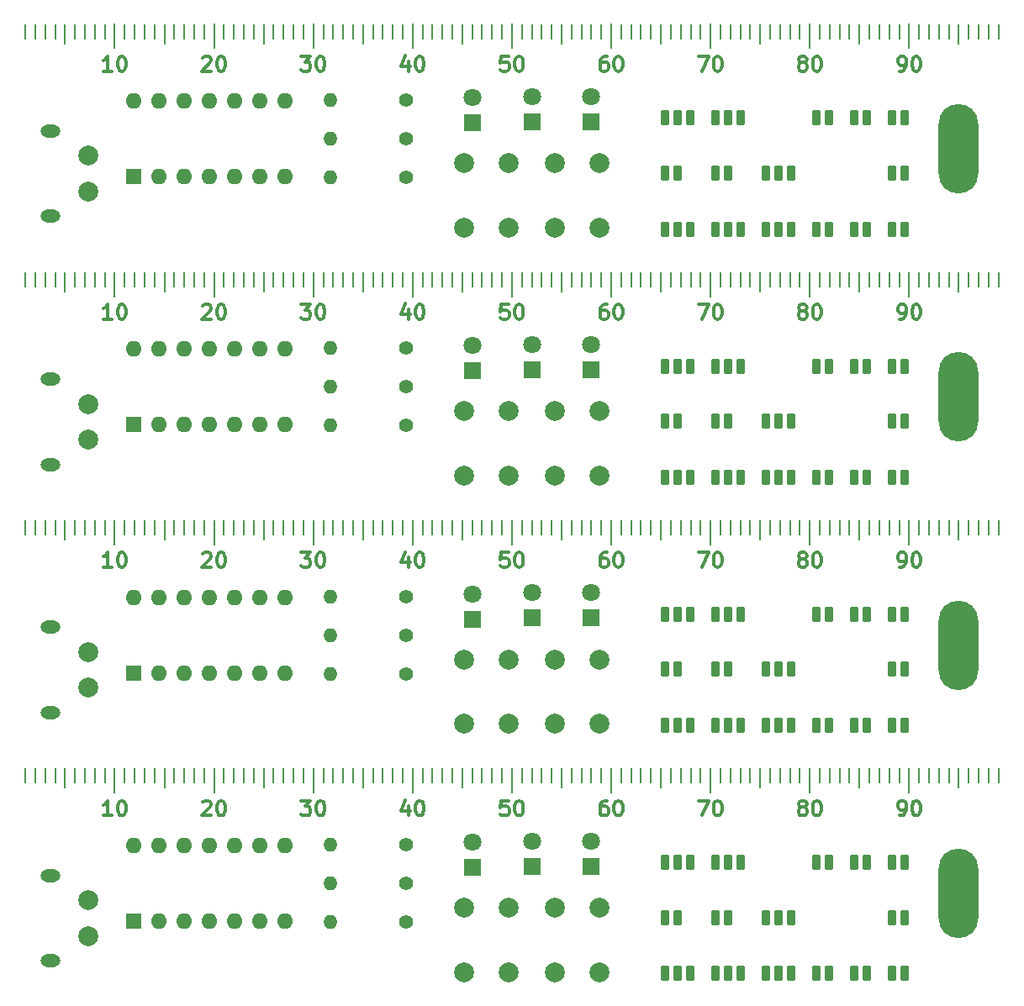
<source format=gts>
%TF.GenerationSoftware,KiCad,Pcbnew,(6.0.10)*%
%TF.CreationDate,2024-05-12T12:16:17+09:00*%
%TF.ProjectId,simpleLogicCircuit_4x1_v1.3,73696d70-6c65-44c6-9f67-696343697263,rev?*%
%TF.SameCoordinates,Original*%
%TF.FileFunction,Soldermask,Top*%
%TF.FilePolarity,Negative*%
%FSLAX46Y46*%
G04 Gerber Fmt 4.6, Leading zero omitted, Abs format (unit mm)*
G04 Created by KiCad (PCBNEW (6.0.10)) date 2024-05-12 12:16:17*
%MOMM*%
%LPD*%
G01*
G04 APERTURE LIST*
G04 Aperture macros list*
%AMRoundRect*
0 Rectangle with rounded corners*
0 $1 Rounding radius*
0 $2 $3 $4 $5 $6 $7 $8 $9 X,Y pos of 4 corners*
0 Add a 4 corners polygon primitive as box body*
4,1,4,$2,$3,$4,$5,$6,$7,$8,$9,$2,$3,0*
0 Add four circle primitives for the rounded corners*
1,1,$1+$1,$2,$3*
1,1,$1+$1,$4,$5*
1,1,$1+$1,$6,$7*
1,1,$1+$1,$8,$9*
0 Add four rect primitives between the rounded corners*
20,1,$1+$1,$2,$3,$4,$5,0*
20,1,$1+$1,$4,$5,$6,$7,0*
20,1,$1+$1,$6,$7,$8,$9,0*
20,1,$1+$1,$8,$9,$2,$3,0*%
G04 Aperture macros list end*
%ADD10C,0.300000*%
%ADD11R,1.800000X1.800000*%
%ADD12C,1.800000*%
%ADD13RoundRect,0.225000X-0.225000X-0.525000X0.225000X-0.525000X0.225000X0.525000X-0.225000X0.525000X0*%
%ADD14R,1.600000X1.600000*%
%ADD15O,1.600000X1.600000*%
%ADD16C,1.400000*%
%ADD17O,1.400000X1.400000*%
%ADD18C,2.000000*%
%ADD19O,4.000000X9.000000*%
%ADD20O,2.000000X1.300000*%
%ADD21RoundRect,0.050000X-0.050000X-1.200000X0.050000X-1.200000X0.050000X1.200000X-0.050000X1.200000X0*%
%ADD22RoundRect,0.050000X-0.050000X-0.950000X0.050000X-0.950000X0.050000X0.950000X-0.050000X0.950000X0*%
%ADD23RoundRect,0.050000X-0.050000X-0.700000X0.050000X-0.700000X0.050000X0.700000X-0.050000X0.700000X0*%
G04 APERTURE END LIST*
D10*
%TO.C,REF\u002A\u002A*%
X132192857Y-106801428D02*
X132050000Y-106730000D01*
X131978571Y-106658571D01*
X131907142Y-106515714D01*
X131907142Y-106444285D01*
X131978571Y-106301428D01*
X132050000Y-106230000D01*
X132192857Y-106158571D01*
X132478571Y-106158571D01*
X132621428Y-106230000D01*
X132692857Y-106301428D01*
X132764285Y-106444285D01*
X132764285Y-106515714D01*
X132692857Y-106658571D01*
X132621428Y-106730000D01*
X132478571Y-106801428D01*
X132192857Y-106801428D01*
X132050000Y-106872857D01*
X131978571Y-106944285D01*
X131907142Y-107087142D01*
X131907142Y-107372857D01*
X131978571Y-107515714D01*
X132050000Y-107587142D01*
X132192857Y-107658571D01*
X132478571Y-107658571D01*
X132621428Y-107587142D01*
X132692857Y-107515714D01*
X132764285Y-107372857D01*
X132764285Y-107087142D01*
X132692857Y-106944285D01*
X132621428Y-106872857D01*
X132478571Y-106801428D01*
X133692857Y-106158571D02*
X133835714Y-106158571D01*
X133978571Y-106230000D01*
X134050000Y-106301428D01*
X134121428Y-106444285D01*
X134192857Y-106730000D01*
X134192857Y-107087142D01*
X134121428Y-107372857D01*
X134050000Y-107515714D01*
X133978571Y-107587142D01*
X133835714Y-107658571D01*
X133692857Y-107658571D01*
X133550000Y-107587142D01*
X133478571Y-107515714D01*
X133407142Y-107372857D01*
X133335714Y-107087142D01*
X133335714Y-106730000D01*
X133407142Y-106444285D01*
X133478571Y-106301428D01*
X133550000Y-106230000D01*
X133692857Y-106158571D01*
X71907142Y-106301428D02*
X71978571Y-106230000D01*
X72121428Y-106158571D01*
X72478571Y-106158571D01*
X72621428Y-106230000D01*
X72692857Y-106301428D01*
X72764285Y-106444285D01*
X72764285Y-106587142D01*
X72692857Y-106801428D01*
X71835714Y-107658571D01*
X72764285Y-107658571D01*
X73692857Y-106158571D02*
X73835714Y-106158571D01*
X73978571Y-106230000D01*
X74050000Y-106301428D01*
X74121428Y-106444285D01*
X74192857Y-106730000D01*
X74192857Y-107087142D01*
X74121428Y-107372857D01*
X74050000Y-107515714D01*
X73978571Y-107587142D01*
X73835714Y-107658571D01*
X73692857Y-107658571D01*
X73550000Y-107587142D01*
X73478571Y-107515714D01*
X73407142Y-107372857D01*
X73335714Y-107087142D01*
X73335714Y-106730000D01*
X73407142Y-106444285D01*
X73478571Y-106301428D01*
X73550000Y-106230000D01*
X73692857Y-106158571D01*
X121835714Y-106158571D02*
X122835714Y-106158571D01*
X122192857Y-107658571D01*
X123692857Y-106158571D02*
X123835714Y-106158571D01*
X123978571Y-106230000D01*
X124050000Y-106301428D01*
X124121428Y-106444285D01*
X124192857Y-106730000D01*
X124192857Y-107087142D01*
X124121428Y-107372857D01*
X124050000Y-107515714D01*
X123978571Y-107587142D01*
X123835714Y-107658571D01*
X123692857Y-107658571D01*
X123550000Y-107587142D01*
X123478571Y-107515714D01*
X123407142Y-107372857D01*
X123335714Y-107087142D01*
X123335714Y-106730000D01*
X123407142Y-106444285D01*
X123478571Y-106301428D01*
X123550000Y-106230000D01*
X123692857Y-106158571D01*
X102692857Y-106158571D02*
X101978571Y-106158571D01*
X101907142Y-106872857D01*
X101978571Y-106801428D01*
X102121428Y-106730000D01*
X102478571Y-106730000D01*
X102621428Y-106801428D01*
X102692857Y-106872857D01*
X102764285Y-107015714D01*
X102764285Y-107372857D01*
X102692857Y-107515714D01*
X102621428Y-107587142D01*
X102478571Y-107658571D01*
X102121428Y-107658571D01*
X101978571Y-107587142D01*
X101907142Y-107515714D01*
X103692857Y-106158571D02*
X103835714Y-106158571D01*
X103978571Y-106230000D01*
X104050000Y-106301428D01*
X104121428Y-106444285D01*
X104192857Y-106730000D01*
X104192857Y-107087142D01*
X104121428Y-107372857D01*
X104050000Y-107515714D01*
X103978571Y-107587142D01*
X103835714Y-107658571D01*
X103692857Y-107658571D01*
X103550000Y-107587142D01*
X103478571Y-107515714D01*
X103407142Y-107372857D01*
X103335714Y-107087142D01*
X103335714Y-106730000D01*
X103407142Y-106444285D01*
X103478571Y-106301428D01*
X103550000Y-106230000D01*
X103692857Y-106158571D01*
X142050000Y-107658571D02*
X142335714Y-107658571D01*
X142478571Y-107587142D01*
X142550000Y-107515714D01*
X142692857Y-107301428D01*
X142764285Y-107015714D01*
X142764285Y-106444285D01*
X142692857Y-106301428D01*
X142621428Y-106230000D01*
X142478571Y-106158571D01*
X142192857Y-106158571D01*
X142050000Y-106230000D01*
X141978571Y-106301428D01*
X141907142Y-106444285D01*
X141907142Y-106801428D01*
X141978571Y-106944285D01*
X142050000Y-107015714D01*
X142192857Y-107087142D01*
X142478571Y-107087142D01*
X142621428Y-107015714D01*
X142692857Y-106944285D01*
X142764285Y-106801428D01*
X143692857Y-106158571D02*
X143835714Y-106158571D01*
X143978571Y-106230000D01*
X144050000Y-106301428D01*
X144121428Y-106444285D01*
X144192857Y-106730000D01*
X144192857Y-107087142D01*
X144121428Y-107372857D01*
X144050000Y-107515714D01*
X143978571Y-107587142D01*
X143835714Y-107658571D01*
X143692857Y-107658571D01*
X143550000Y-107587142D01*
X143478571Y-107515714D01*
X143407142Y-107372857D01*
X143335714Y-107087142D01*
X143335714Y-106730000D01*
X143407142Y-106444285D01*
X143478571Y-106301428D01*
X143550000Y-106230000D01*
X143692857Y-106158571D01*
X62764285Y-107658571D02*
X61907142Y-107658571D01*
X62335714Y-107658571D02*
X62335714Y-106158571D01*
X62192857Y-106372857D01*
X62050000Y-106515714D01*
X61907142Y-106587142D01*
X63692857Y-106158571D02*
X63835714Y-106158571D01*
X63978571Y-106230000D01*
X64050000Y-106301428D01*
X64121428Y-106444285D01*
X64192857Y-106730000D01*
X64192857Y-107087142D01*
X64121428Y-107372857D01*
X64050000Y-107515714D01*
X63978571Y-107587142D01*
X63835714Y-107658571D01*
X63692857Y-107658571D01*
X63550000Y-107587142D01*
X63478571Y-107515714D01*
X63407142Y-107372857D01*
X63335714Y-107087142D01*
X63335714Y-106730000D01*
X63407142Y-106444285D01*
X63478571Y-106301428D01*
X63550000Y-106230000D01*
X63692857Y-106158571D01*
X92621428Y-106658571D02*
X92621428Y-107658571D01*
X92264285Y-106087142D02*
X91907142Y-107158571D01*
X92835714Y-107158571D01*
X93692857Y-106158571D02*
X93835714Y-106158571D01*
X93978571Y-106230000D01*
X94050000Y-106301428D01*
X94121428Y-106444285D01*
X94192857Y-106730000D01*
X94192857Y-107087142D01*
X94121428Y-107372857D01*
X94050000Y-107515714D01*
X93978571Y-107587142D01*
X93835714Y-107658571D01*
X93692857Y-107658571D01*
X93550000Y-107587142D01*
X93478571Y-107515714D01*
X93407142Y-107372857D01*
X93335714Y-107087142D01*
X93335714Y-106730000D01*
X93407142Y-106444285D01*
X93478571Y-106301428D01*
X93550000Y-106230000D01*
X93692857Y-106158571D01*
X81835714Y-106158571D02*
X82764285Y-106158571D01*
X82264285Y-106730000D01*
X82478571Y-106730000D01*
X82621428Y-106801428D01*
X82692857Y-106872857D01*
X82764285Y-107015714D01*
X82764285Y-107372857D01*
X82692857Y-107515714D01*
X82621428Y-107587142D01*
X82478571Y-107658571D01*
X82050000Y-107658571D01*
X81907142Y-107587142D01*
X81835714Y-107515714D01*
X83692857Y-106158571D02*
X83835714Y-106158571D01*
X83978571Y-106230000D01*
X84050000Y-106301428D01*
X84121428Y-106444285D01*
X84192857Y-106730000D01*
X84192857Y-107087142D01*
X84121428Y-107372857D01*
X84050000Y-107515714D01*
X83978571Y-107587142D01*
X83835714Y-107658571D01*
X83692857Y-107658571D01*
X83550000Y-107587142D01*
X83478571Y-107515714D01*
X83407142Y-107372857D01*
X83335714Y-107087142D01*
X83335714Y-106730000D01*
X83407142Y-106444285D01*
X83478571Y-106301428D01*
X83550000Y-106230000D01*
X83692857Y-106158571D01*
X112621428Y-106158571D02*
X112335714Y-106158571D01*
X112192857Y-106230000D01*
X112121428Y-106301428D01*
X111978571Y-106515714D01*
X111907142Y-106801428D01*
X111907142Y-107372857D01*
X111978571Y-107515714D01*
X112050000Y-107587142D01*
X112192857Y-107658571D01*
X112478571Y-107658571D01*
X112621428Y-107587142D01*
X112692857Y-107515714D01*
X112764285Y-107372857D01*
X112764285Y-107015714D01*
X112692857Y-106872857D01*
X112621428Y-106801428D01*
X112478571Y-106730000D01*
X112192857Y-106730000D01*
X112050000Y-106801428D01*
X111978571Y-106872857D01*
X111907142Y-107015714D01*
X113692857Y-106158571D02*
X113835714Y-106158571D01*
X113978571Y-106230000D01*
X114050000Y-106301428D01*
X114121428Y-106444285D01*
X114192857Y-106730000D01*
X114192857Y-107087142D01*
X114121428Y-107372857D01*
X114050000Y-107515714D01*
X113978571Y-107587142D01*
X113835714Y-107658571D01*
X113692857Y-107658571D01*
X113550000Y-107587142D01*
X113478571Y-107515714D01*
X113407142Y-107372857D01*
X113335714Y-107087142D01*
X113335714Y-106730000D01*
X113407142Y-106444285D01*
X113478571Y-106301428D01*
X113550000Y-106230000D01*
X113692857Y-106158571D01*
X132192857Y-81801428D02*
X132050000Y-81730000D01*
X131978571Y-81658571D01*
X131907142Y-81515714D01*
X131907142Y-81444285D01*
X131978571Y-81301428D01*
X132050000Y-81230000D01*
X132192857Y-81158571D01*
X132478571Y-81158571D01*
X132621428Y-81230000D01*
X132692857Y-81301428D01*
X132764285Y-81444285D01*
X132764285Y-81515714D01*
X132692857Y-81658571D01*
X132621428Y-81730000D01*
X132478571Y-81801428D01*
X132192857Y-81801428D01*
X132050000Y-81872857D01*
X131978571Y-81944285D01*
X131907142Y-82087142D01*
X131907142Y-82372857D01*
X131978571Y-82515714D01*
X132050000Y-82587142D01*
X132192857Y-82658571D01*
X132478571Y-82658571D01*
X132621428Y-82587142D01*
X132692857Y-82515714D01*
X132764285Y-82372857D01*
X132764285Y-82087142D01*
X132692857Y-81944285D01*
X132621428Y-81872857D01*
X132478571Y-81801428D01*
X133692857Y-81158571D02*
X133835714Y-81158571D01*
X133978571Y-81230000D01*
X134050000Y-81301428D01*
X134121428Y-81444285D01*
X134192857Y-81730000D01*
X134192857Y-82087142D01*
X134121428Y-82372857D01*
X134050000Y-82515714D01*
X133978571Y-82587142D01*
X133835714Y-82658571D01*
X133692857Y-82658571D01*
X133550000Y-82587142D01*
X133478571Y-82515714D01*
X133407142Y-82372857D01*
X133335714Y-82087142D01*
X133335714Y-81730000D01*
X133407142Y-81444285D01*
X133478571Y-81301428D01*
X133550000Y-81230000D01*
X133692857Y-81158571D01*
X71907142Y-81301428D02*
X71978571Y-81230000D01*
X72121428Y-81158571D01*
X72478571Y-81158571D01*
X72621428Y-81230000D01*
X72692857Y-81301428D01*
X72764285Y-81444285D01*
X72764285Y-81587142D01*
X72692857Y-81801428D01*
X71835714Y-82658571D01*
X72764285Y-82658571D01*
X73692857Y-81158571D02*
X73835714Y-81158571D01*
X73978571Y-81230000D01*
X74050000Y-81301428D01*
X74121428Y-81444285D01*
X74192857Y-81730000D01*
X74192857Y-82087142D01*
X74121428Y-82372857D01*
X74050000Y-82515714D01*
X73978571Y-82587142D01*
X73835714Y-82658571D01*
X73692857Y-82658571D01*
X73550000Y-82587142D01*
X73478571Y-82515714D01*
X73407142Y-82372857D01*
X73335714Y-82087142D01*
X73335714Y-81730000D01*
X73407142Y-81444285D01*
X73478571Y-81301428D01*
X73550000Y-81230000D01*
X73692857Y-81158571D01*
X121835714Y-81158571D02*
X122835714Y-81158571D01*
X122192857Y-82658571D01*
X123692857Y-81158571D02*
X123835714Y-81158571D01*
X123978571Y-81230000D01*
X124050000Y-81301428D01*
X124121428Y-81444285D01*
X124192857Y-81730000D01*
X124192857Y-82087142D01*
X124121428Y-82372857D01*
X124050000Y-82515714D01*
X123978571Y-82587142D01*
X123835714Y-82658571D01*
X123692857Y-82658571D01*
X123550000Y-82587142D01*
X123478571Y-82515714D01*
X123407142Y-82372857D01*
X123335714Y-82087142D01*
X123335714Y-81730000D01*
X123407142Y-81444285D01*
X123478571Y-81301428D01*
X123550000Y-81230000D01*
X123692857Y-81158571D01*
X102692857Y-81158571D02*
X101978571Y-81158571D01*
X101907142Y-81872857D01*
X101978571Y-81801428D01*
X102121428Y-81730000D01*
X102478571Y-81730000D01*
X102621428Y-81801428D01*
X102692857Y-81872857D01*
X102764285Y-82015714D01*
X102764285Y-82372857D01*
X102692857Y-82515714D01*
X102621428Y-82587142D01*
X102478571Y-82658571D01*
X102121428Y-82658571D01*
X101978571Y-82587142D01*
X101907142Y-82515714D01*
X103692857Y-81158571D02*
X103835714Y-81158571D01*
X103978571Y-81230000D01*
X104050000Y-81301428D01*
X104121428Y-81444285D01*
X104192857Y-81730000D01*
X104192857Y-82087142D01*
X104121428Y-82372857D01*
X104050000Y-82515714D01*
X103978571Y-82587142D01*
X103835714Y-82658571D01*
X103692857Y-82658571D01*
X103550000Y-82587142D01*
X103478571Y-82515714D01*
X103407142Y-82372857D01*
X103335714Y-82087142D01*
X103335714Y-81730000D01*
X103407142Y-81444285D01*
X103478571Y-81301428D01*
X103550000Y-81230000D01*
X103692857Y-81158571D01*
X142050000Y-82658571D02*
X142335714Y-82658571D01*
X142478571Y-82587142D01*
X142550000Y-82515714D01*
X142692857Y-82301428D01*
X142764285Y-82015714D01*
X142764285Y-81444285D01*
X142692857Y-81301428D01*
X142621428Y-81230000D01*
X142478571Y-81158571D01*
X142192857Y-81158571D01*
X142050000Y-81230000D01*
X141978571Y-81301428D01*
X141907142Y-81444285D01*
X141907142Y-81801428D01*
X141978571Y-81944285D01*
X142050000Y-82015714D01*
X142192857Y-82087142D01*
X142478571Y-82087142D01*
X142621428Y-82015714D01*
X142692857Y-81944285D01*
X142764285Y-81801428D01*
X143692857Y-81158571D02*
X143835714Y-81158571D01*
X143978571Y-81230000D01*
X144050000Y-81301428D01*
X144121428Y-81444285D01*
X144192857Y-81730000D01*
X144192857Y-82087142D01*
X144121428Y-82372857D01*
X144050000Y-82515714D01*
X143978571Y-82587142D01*
X143835714Y-82658571D01*
X143692857Y-82658571D01*
X143550000Y-82587142D01*
X143478571Y-82515714D01*
X143407142Y-82372857D01*
X143335714Y-82087142D01*
X143335714Y-81730000D01*
X143407142Y-81444285D01*
X143478571Y-81301428D01*
X143550000Y-81230000D01*
X143692857Y-81158571D01*
X62764285Y-82658571D02*
X61907142Y-82658571D01*
X62335714Y-82658571D02*
X62335714Y-81158571D01*
X62192857Y-81372857D01*
X62050000Y-81515714D01*
X61907142Y-81587142D01*
X63692857Y-81158571D02*
X63835714Y-81158571D01*
X63978571Y-81230000D01*
X64050000Y-81301428D01*
X64121428Y-81444285D01*
X64192857Y-81730000D01*
X64192857Y-82087142D01*
X64121428Y-82372857D01*
X64050000Y-82515714D01*
X63978571Y-82587142D01*
X63835714Y-82658571D01*
X63692857Y-82658571D01*
X63550000Y-82587142D01*
X63478571Y-82515714D01*
X63407142Y-82372857D01*
X63335714Y-82087142D01*
X63335714Y-81730000D01*
X63407142Y-81444285D01*
X63478571Y-81301428D01*
X63550000Y-81230000D01*
X63692857Y-81158571D01*
X92621428Y-81658571D02*
X92621428Y-82658571D01*
X92264285Y-81087142D02*
X91907142Y-82158571D01*
X92835714Y-82158571D01*
X93692857Y-81158571D02*
X93835714Y-81158571D01*
X93978571Y-81230000D01*
X94050000Y-81301428D01*
X94121428Y-81444285D01*
X94192857Y-81730000D01*
X94192857Y-82087142D01*
X94121428Y-82372857D01*
X94050000Y-82515714D01*
X93978571Y-82587142D01*
X93835714Y-82658571D01*
X93692857Y-82658571D01*
X93550000Y-82587142D01*
X93478571Y-82515714D01*
X93407142Y-82372857D01*
X93335714Y-82087142D01*
X93335714Y-81730000D01*
X93407142Y-81444285D01*
X93478571Y-81301428D01*
X93550000Y-81230000D01*
X93692857Y-81158571D01*
X81835714Y-81158571D02*
X82764285Y-81158571D01*
X82264285Y-81730000D01*
X82478571Y-81730000D01*
X82621428Y-81801428D01*
X82692857Y-81872857D01*
X82764285Y-82015714D01*
X82764285Y-82372857D01*
X82692857Y-82515714D01*
X82621428Y-82587142D01*
X82478571Y-82658571D01*
X82050000Y-82658571D01*
X81907142Y-82587142D01*
X81835714Y-82515714D01*
X83692857Y-81158571D02*
X83835714Y-81158571D01*
X83978571Y-81230000D01*
X84050000Y-81301428D01*
X84121428Y-81444285D01*
X84192857Y-81730000D01*
X84192857Y-82087142D01*
X84121428Y-82372857D01*
X84050000Y-82515714D01*
X83978571Y-82587142D01*
X83835714Y-82658571D01*
X83692857Y-82658571D01*
X83550000Y-82587142D01*
X83478571Y-82515714D01*
X83407142Y-82372857D01*
X83335714Y-82087142D01*
X83335714Y-81730000D01*
X83407142Y-81444285D01*
X83478571Y-81301428D01*
X83550000Y-81230000D01*
X83692857Y-81158571D01*
X112621428Y-81158571D02*
X112335714Y-81158571D01*
X112192857Y-81230000D01*
X112121428Y-81301428D01*
X111978571Y-81515714D01*
X111907142Y-81801428D01*
X111907142Y-82372857D01*
X111978571Y-82515714D01*
X112050000Y-82587142D01*
X112192857Y-82658571D01*
X112478571Y-82658571D01*
X112621428Y-82587142D01*
X112692857Y-82515714D01*
X112764285Y-82372857D01*
X112764285Y-82015714D01*
X112692857Y-81872857D01*
X112621428Y-81801428D01*
X112478571Y-81730000D01*
X112192857Y-81730000D01*
X112050000Y-81801428D01*
X111978571Y-81872857D01*
X111907142Y-82015714D01*
X113692857Y-81158571D02*
X113835714Y-81158571D01*
X113978571Y-81230000D01*
X114050000Y-81301428D01*
X114121428Y-81444285D01*
X114192857Y-81730000D01*
X114192857Y-82087142D01*
X114121428Y-82372857D01*
X114050000Y-82515714D01*
X113978571Y-82587142D01*
X113835714Y-82658571D01*
X113692857Y-82658571D01*
X113550000Y-82587142D01*
X113478571Y-82515714D01*
X113407142Y-82372857D01*
X113335714Y-82087142D01*
X113335714Y-81730000D01*
X113407142Y-81444285D01*
X113478571Y-81301428D01*
X113550000Y-81230000D01*
X113692857Y-81158571D01*
X132192857Y-56801428D02*
X132050000Y-56730000D01*
X131978571Y-56658571D01*
X131907142Y-56515714D01*
X131907142Y-56444285D01*
X131978571Y-56301428D01*
X132050000Y-56230000D01*
X132192857Y-56158571D01*
X132478571Y-56158571D01*
X132621428Y-56230000D01*
X132692857Y-56301428D01*
X132764285Y-56444285D01*
X132764285Y-56515714D01*
X132692857Y-56658571D01*
X132621428Y-56730000D01*
X132478571Y-56801428D01*
X132192857Y-56801428D01*
X132050000Y-56872857D01*
X131978571Y-56944285D01*
X131907142Y-57087142D01*
X131907142Y-57372857D01*
X131978571Y-57515714D01*
X132050000Y-57587142D01*
X132192857Y-57658571D01*
X132478571Y-57658571D01*
X132621428Y-57587142D01*
X132692857Y-57515714D01*
X132764285Y-57372857D01*
X132764285Y-57087142D01*
X132692857Y-56944285D01*
X132621428Y-56872857D01*
X132478571Y-56801428D01*
X133692857Y-56158571D02*
X133835714Y-56158571D01*
X133978571Y-56230000D01*
X134050000Y-56301428D01*
X134121428Y-56444285D01*
X134192857Y-56730000D01*
X134192857Y-57087142D01*
X134121428Y-57372857D01*
X134050000Y-57515714D01*
X133978571Y-57587142D01*
X133835714Y-57658571D01*
X133692857Y-57658571D01*
X133550000Y-57587142D01*
X133478571Y-57515714D01*
X133407142Y-57372857D01*
X133335714Y-57087142D01*
X133335714Y-56730000D01*
X133407142Y-56444285D01*
X133478571Y-56301428D01*
X133550000Y-56230000D01*
X133692857Y-56158571D01*
X71907142Y-56301428D02*
X71978571Y-56230000D01*
X72121428Y-56158571D01*
X72478571Y-56158571D01*
X72621428Y-56230000D01*
X72692857Y-56301428D01*
X72764285Y-56444285D01*
X72764285Y-56587142D01*
X72692857Y-56801428D01*
X71835714Y-57658571D01*
X72764285Y-57658571D01*
X73692857Y-56158571D02*
X73835714Y-56158571D01*
X73978571Y-56230000D01*
X74050000Y-56301428D01*
X74121428Y-56444285D01*
X74192857Y-56730000D01*
X74192857Y-57087142D01*
X74121428Y-57372857D01*
X74050000Y-57515714D01*
X73978571Y-57587142D01*
X73835714Y-57658571D01*
X73692857Y-57658571D01*
X73550000Y-57587142D01*
X73478571Y-57515714D01*
X73407142Y-57372857D01*
X73335714Y-57087142D01*
X73335714Y-56730000D01*
X73407142Y-56444285D01*
X73478571Y-56301428D01*
X73550000Y-56230000D01*
X73692857Y-56158571D01*
X121835714Y-56158571D02*
X122835714Y-56158571D01*
X122192857Y-57658571D01*
X123692857Y-56158571D02*
X123835714Y-56158571D01*
X123978571Y-56230000D01*
X124050000Y-56301428D01*
X124121428Y-56444285D01*
X124192857Y-56730000D01*
X124192857Y-57087142D01*
X124121428Y-57372857D01*
X124050000Y-57515714D01*
X123978571Y-57587142D01*
X123835714Y-57658571D01*
X123692857Y-57658571D01*
X123550000Y-57587142D01*
X123478571Y-57515714D01*
X123407142Y-57372857D01*
X123335714Y-57087142D01*
X123335714Y-56730000D01*
X123407142Y-56444285D01*
X123478571Y-56301428D01*
X123550000Y-56230000D01*
X123692857Y-56158571D01*
X102692857Y-56158571D02*
X101978571Y-56158571D01*
X101907142Y-56872857D01*
X101978571Y-56801428D01*
X102121428Y-56730000D01*
X102478571Y-56730000D01*
X102621428Y-56801428D01*
X102692857Y-56872857D01*
X102764285Y-57015714D01*
X102764285Y-57372857D01*
X102692857Y-57515714D01*
X102621428Y-57587142D01*
X102478571Y-57658571D01*
X102121428Y-57658571D01*
X101978571Y-57587142D01*
X101907142Y-57515714D01*
X103692857Y-56158571D02*
X103835714Y-56158571D01*
X103978571Y-56230000D01*
X104050000Y-56301428D01*
X104121428Y-56444285D01*
X104192857Y-56730000D01*
X104192857Y-57087142D01*
X104121428Y-57372857D01*
X104050000Y-57515714D01*
X103978571Y-57587142D01*
X103835714Y-57658571D01*
X103692857Y-57658571D01*
X103550000Y-57587142D01*
X103478571Y-57515714D01*
X103407142Y-57372857D01*
X103335714Y-57087142D01*
X103335714Y-56730000D01*
X103407142Y-56444285D01*
X103478571Y-56301428D01*
X103550000Y-56230000D01*
X103692857Y-56158571D01*
X142050000Y-57658571D02*
X142335714Y-57658571D01*
X142478571Y-57587142D01*
X142550000Y-57515714D01*
X142692857Y-57301428D01*
X142764285Y-57015714D01*
X142764285Y-56444285D01*
X142692857Y-56301428D01*
X142621428Y-56230000D01*
X142478571Y-56158571D01*
X142192857Y-56158571D01*
X142050000Y-56230000D01*
X141978571Y-56301428D01*
X141907142Y-56444285D01*
X141907142Y-56801428D01*
X141978571Y-56944285D01*
X142050000Y-57015714D01*
X142192857Y-57087142D01*
X142478571Y-57087142D01*
X142621428Y-57015714D01*
X142692857Y-56944285D01*
X142764285Y-56801428D01*
X143692857Y-56158571D02*
X143835714Y-56158571D01*
X143978571Y-56230000D01*
X144050000Y-56301428D01*
X144121428Y-56444285D01*
X144192857Y-56730000D01*
X144192857Y-57087142D01*
X144121428Y-57372857D01*
X144050000Y-57515714D01*
X143978571Y-57587142D01*
X143835714Y-57658571D01*
X143692857Y-57658571D01*
X143550000Y-57587142D01*
X143478571Y-57515714D01*
X143407142Y-57372857D01*
X143335714Y-57087142D01*
X143335714Y-56730000D01*
X143407142Y-56444285D01*
X143478571Y-56301428D01*
X143550000Y-56230000D01*
X143692857Y-56158571D01*
X62764285Y-57658571D02*
X61907142Y-57658571D01*
X62335714Y-57658571D02*
X62335714Y-56158571D01*
X62192857Y-56372857D01*
X62050000Y-56515714D01*
X61907142Y-56587142D01*
X63692857Y-56158571D02*
X63835714Y-56158571D01*
X63978571Y-56230000D01*
X64050000Y-56301428D01*
X64121428Y-56444285D01*
X64192857Y-56730000D01*
X64192857Y-57087142D01*
X64121428Y-57372857D01*
X64050000Y-57515714D01*
X63978571Y-57587142D01*
X63835714Y-57658571D01*
X63692857Y-57658571D01*
X63550000Y-57587142D01*
X63478571Y-57515714D01*
X63407142Y-57372857D01*
X63335714Y-57087142D01*
X63335714Y-56730000D01*
X63407142Y-56444285D01*
X63478571Y-56301428D01*
X63550000Y-56230000D01*
X63692857Y-56158571D01*
X92621428Y-56658571D02*
X92621428Y-57658571D01*
X92264285Y-56087142D02*
X91907142Y-57158571D01*
X92835714Y-57158571D01*
X93692857Y-56158571D02*
X93835714Y-56158571D01*
X93978571Y-56230000D01*
X94050000Y-56301428D01*
X94121428Y-56444285D01*
X94192857Y-56730000D01*
X94192857Y-57087142D01*
X94121428Y-57372857D01*
X94050000Y-57515714D01*
X93978571Y-57587142D01*
X93835714Y-57658571D01*
X93692857Y-57658571D01*
X93550000Y-57587142D01*
X93478571Y-57515714D01*
X93407142Y-57372857D01*
X93335714Y-57087142D01*
X93335714Y-56730000D01*
X93407142Y-56444285D01*
X93478571Y-56301428D01*
X93550000Y-56230000D01*
X93692857Y-56158571D01*
X81835714Y-56158571D02*
X82764285Y-56158571D01*
X82264285Y-56730000D01*
X82478571Y-56730000D01*
X82621428Y-56801428D01*
X82692857Y-56872857D01*
X82764285Y-57015714D01*
X82764285Y-57372857D01*
X82692857Y-57515714D01*
X82621428Y-57587142D01*
X82478571Y-57658571D01*
X82050000Y-57658571D01*
X81907142Y-57587142D01*
X81835714Y-57515714D01*
X83692857Y-56158571D02*
X83835714Y-56158571D01*
X83978571Y-56230000D01*
X84050000Y-56301428D01*
X84121428Y-56444285D01*
X84192857Y-56730000D01*
X84192857Y-57087142D01*
X84121428Y-57372857D01*
X84050000Y-57515714D01*
X83978571Y-57587142D01*
X83835714Y-57658571D01*
X83692857Y-57658571D01*
X83550000Y-57587142D01*
X83478571Y-57515714D01*
X83407142Y-57372857D01*
X83335714Y-57087142D01*
X83335714Y-56730000D01*
X83407142Y-56444285D01*
X83478571Y-56301428D01*
X83550000Y-56230000D01*
X83692857Y-56158571D01*
X112621428Y-56158571D02*
X112335714Y-56158571D01*
X112192857Y-56230000D01*
X112121428Y-56301428D01*
X111978571Y-56515714D01*
X111907142Y-56801428D01*
X111907142Y-57372857D01*
X111978571Y-57515714D01*
X112050000Y-57587142D01*
X112192857Y-57658571D01*
X112478571Y-57658571D01*
X112621428Y-57587142D01*
X112692857Y-57515714D01*
X112764285Y-57372857D01*
X112764285Y-57015714D01*
X112692857Y-56872857D01*
X112621428Y-56801428D01*
X112478571Y-56730000D01*
X112192857Y-56730000D01*
X112050000Y-56801428D01*
X111978571Y-56872857D01*
X111907142Y-57015714D01*
X113692857Y-56158571D02*
X113835714Y-56158571D01*
X113978571Y-56230000D01*
X114050000Y-56301428D01*
X114121428Y-56444285D01*
X114192857Y-56730000D01*
X114192857Y-57087142D01*
X114121428Y-57372857D01*
X114050000Y-57515714D01*
X113978571Y-57587142D01*
X113835714Y-57658571D01*
X113692857Y-57658571D01*
X113550000Y-57587142D01*
X113478571Y-57515714D01*
X113407142Y-57372857D01*
X113335714Y-57087142D01*
X113335714Y-56730000D01*
X113407142Y-56444285D01*
X113478571Y-56301428D01*
X113550000Y-56230000D01*
X113692857Y-56158571D01*
X132192857Y-31801428D02*
X132050000Y-31730000D01*
X131978571Y-31658571D01*
X131907142Y-31515714D01*
X131907142Y-31444285D01*
X131978571Y-31301428D01*
X132050000Y-31230000D01*
X132192857Y-31158571D01*
X132478571Y-31158571D01*
X132621428Y-31230000D01*
X132692857Y-31301428D01*
X132764285Y-31444285D01*
X132764285Y-31515714D01*
X132692857Y-31658571D01*
X132621428Y-31730000D01*
X132478571Y-31801428D01*
X132192857Y-31801428D01*
X132050000Y-31872857D01*
X131978571Y-31944285D01*
X131907142Y-32087142D01*
X131907142Y-32372857D01*
X131978571Y-32515714D01*
X132050000Y-32587142D01*
X132192857Y-32658571D01*
X132478571Y-32658571D01*
X132621428Y-32587142D01*
X132692857Y-32515714D01*
X132764285Y-32372857D01*
X132764285Y-32087142D01*
X132692857Y-31944285D01*
X132621428Y-31872857D01*
X132478571Y-31801428D01*
X133692857Y-31158571D02*
X133835714Y-31158571D01*
X133978571Y-31230000D01*
X134050000Y-31301428D01*
X134121428Y-31444285D01*
X134192857Y-31730000D01*
X134192857Y-32087142D01*
X134121428Y-32372857D01*
X134050000Y-32515714D01*
X133978571Y-32587142D01*
X133835714Y-32658571D01*
X133692857Y-32658571D01*
X133550000Y-32587142D01*
X133478571Y-32515714D01*
X133407142Y-32372857D01*
X133335714Y-32087142D01*
X133335714Y-31730000D01*
X133407142Y-31444285D01*
X133478571Y-31301428D01*
X133550000Y-31230000D01*
X133692857Y-31158571D01*
X71907142Y-31301428D02*
X71978571Y-31230000D01*
X72121428Y-31158571D01*
X72478571Y-31158571D01*
X72621428Y-31230000D01*
X72692857Y-31301428D01*
X72764285Y-31444285D01*
X72764285Y-31587142D01*
X72692857Y-31801428D01*
X71835714Y-32658571D01*
X72764285Y-32658571D01*
X73692857Y-31158571D02*
X73835714Y-31158571D01*
X73978571Y-31230000D01*
X74050000Y-31301428D01*
X74121428Y-31444285D01*
X74192857Y-31730000D01*
X74192857Y-32087142D01*
X74121428Y-32372857D01*
X74050000Y-32515714D01*
X73978571Y-32587142D01*
X73835714Y-32658571D01*
X73692857Y-32658571D01*
X73550000Y-32587142D01*
X73478571Y-32515714D01*
X73407142Y-32372857D01*
X73335714Y-32087142D01*
X73335714Y-31730000D01*
X73407142Y-31444285D01*
X73478571Y-31301428D01*
X73550000Y-31230000D01*
X73692857Y-31158571D01*
X121835714Y-31158571D02*
X122835714Y-31158571D01*
X122192857Y-32658571D01*
X123692857Y-31158571D02*
X123835714Y-31158571D01*
X123978571Y-31230000D01*
X124050000Y-31301428D01*
X124121428Y-31444285D01*
X124192857Y-31730000D01*
X124192857Y-32087142D01*
X124121428Y-32372857D01*
X124050000Y-32515714D01*
X123978571Y-32587142D01*
X123835714Y-32658571D01*
X123692857Y-32658571D01*
X123550000Y-32587142D01*
X123478571Y-32515714D01*
X123407142Y-32372857D01*
X123335714Y-32087142D01*
X123335714Y-31730000D01*
X123407142Y-31444285D01*
X123478571Y-31301428D01*
X123550000Y-31230000D01*
X123692857Y-31158571D01*
X102692857Y-31158571D02*
X101978571Y-31158571D01*
X101907142Y-31872857D01*
X101978571Y-31801428D01*
X102121428Y-31730000D01*
X102478571Y-31730000D01*
X102621428Y-31801428D01*
X102692857Y-31872857D01*
X102764285Y-32015714D01*
X102764285Y-32372857D01*
X102692857Y-32515714D01*
X102621428Y-32587142D01*
X102478571Y-32658571D01*
X102121428Y-32658571D01*
X101978571Y-32587142D01*
X101907142Y-32515714D01*
X103692857Y-31158571D02*
X103835714Y-31158571D01*
X103978571Y-31230000D01*
X104050000Y-31301428D01*
X104121428Y-31444285D01*
X104192857Y-31730000D01*
X104192857Y-32087142D01*
X104121428Y-32372857D01*
X104050000Y-32515714D01*
X103978571Y-32587142D01*
X103835714Y-32658571D01*
X103692857Y-32658571D01*
X103550000Y-32587142D01*
X103478571Y-32515714D01*
X103407142Y-32372857D01*
X103335714Y-32087142D01*
X103335714Y-31730000D01*
X103407142Y-31444285D01*
X103478571Y-31301428D01*
X103550000Y-31230000D01*
X103692857Y-31158571D01*
X142050000Y-32658571D02*
X142335714Y-32658571D01*
X142478571Y-32587142D01*
X142550000Y-32515714D01*
X142692857Y-32301428D01*
X142764285Y-32015714D01*
X142764285Y-31444285D01*
X142692857Y-31301428D01*
X142621428Y-31230000D01*
X142478571Y-31158571D01*
X142192857Y-31158571D01*
X142050000Y-31230000D01*
X141978571Y-31301428D01*
X141907142Y-31444285D01*
X141907142Y-31801428D01*
X141978571Y-31944285D01*
X142050000Y-32015714D01*
X142192857Y-32087142D01*
X142478571Y-32087142D01*
X142621428Y-32015714D01*
X142692857Y-31944285D01*
X142764285Y-31801428D01*
X143692857Y-31158571D02*
X143835714Y-31158571D01*
X143978571Y-31230000D01*
X144050000Y-31301428D01*
X144121428Y-31444285D01*
X144192857Y-31730000D01*
X144192857Y-32087142D01*
X144121428Y-32372857D01*
X144050000Y-32515714D01*
X143978571Y-32587142D01*
X143835714Y-32658571D01*
X143692857Y-32658571D01*
X143550000Y-32587142D01*
X143478571Y-32515714D01*
X143407142Y-32372857D01*
X143335714Y-32087142D01*
X143335714Y-31730000D01*
X143407142Y-31444285D01*
X143478571Y-31301428D01*
X143550000Y-31230000D01*
X143692857Y-31158571D01*
X62764285Y-32658571D02*
X61907142Y-32658571D01*
X62335714Y-32658571D02*
X62335714Y-31158571D01*
X62192857Y-31372857D01*
X62050000Y-31515714D01*
X61907142Y-31587142D01*
X63692857Y-31158571D02*
X63835714Y-31158571D01*
X63978571Y-31230000D01*
X64050000Y-31301428D01*
X64121428Y-31444285D01*
X64192857Y-31730000D01*
X64192857Y-32087142D01*
X64121428Y-32372857D01*
X64050000Y-32515714D01*
X63978571Y-32587142D01*
X63835714Y-32658571D01*
X63692857Y-32658571D01*
X63550000Y-32587142D01*
X63478571Y-32515714D01*
X63407142Y-32372857D01*
X63335714Y-32087142D01*
X63335714Y-31730000D01*
X63407142Y-31444285D01*
X63478571Y-31301428D01*
X63550000Y-31230000D01*
X63692857Y-31158571D01*
X92621428Y-31658571D02*
X92621428Y-32658571D01*
X92264285Y-31087142D02*
X91907142Y-32158571D01*
X92835714Y-32158571D01*
X93692857Y-31158571D02*
X93835714Y-31158571D01*
X93978571Y-31230000D01*
X94050000Y-31301428D01*
X94121428Y-31444285D01*
X94192857Y-31730000D01*
X94192857Y-32087142D01*
X94121428Y-32372857D01*
X94050000Y-32515714D01*
X93978571Y-32587142D01*
X93835714Y-32658571D01*
X93692857Y-32658571D01*
X93550000Y-32587142D01*
X93478571Y-32515714D01*
X93407142Y-32372857D01*
X93335714Y-32087142D01*
X93335714Y-31730000D01*
X93407142Y-31444285D01*
X93478571Y-31301428D01*
X93550000Y-31230000D01*
X93692857Y-31158571D01*
X81835714Y-31158571D02*
X82764285Y-31158571D01*
X82264285Y-31730000D01*
X82478571Y-31730000D01*
X82621428Y-31801428D01*
X82692857Y-31872857D01*
X82764285Y-32015714D01*
X82764285Y-32372857D01*
X82692857Y-32515714D01*
X82621428Y-32587142D01*
X82478571Y-32658571D01*
X82050000Y-32658571D01*
X81907142Y-32587142D01*
X81835714Y-32515714D01*
X83692857Y-31158571D02*
X83835714Y-31158571D01*
X83978571Y-31230000D01*
X84050000Y-31301428D01*
X84121428Y-31444285D01*
X84192857Y-31730000D01*
X84192857Y-32087142D01*
X84121428Y-32372857D01*
X84050000Y-32515714D01*
X83978571Y-32587142D01*
X83835714Y-32658571D01*
X83692857Y-32658571D01*
X83550000Y-32587142D01*
X83478571Y-32515714D01*
X83407142Y-32372857D01*
X83335714Y-32087142D01*
X83335714Y-31730000D01*
X83407142Y-31444285D01*
X83478571Y-31301428D01*
X83550000Y-31230000D01*
X83692857Y-31158571D01*
X112621428Y-31158571D02*
X112335714Y-31158571D01*
X112192857Y-31230000D01*
X112121428Y-31301428D01*
X111978571Y-31515714D01*
X111907142Y-31801428D01*
X111907142Y-32372857D01*
X111978571Y-32515714D01*
X112050000Y-32587142D01*
X112192857Y-32658571D01*
X112478571Y-32658571D01*
X112621428Y-32587142D01*
X112692857Y-32515714D01*
X112764285Y-32372857D01*
X112764285Y-32015714D01*
X112692857Y-31872857D01*
X112621428Y-31801428D01*
X112478571Y-31730000D01*
X112192857Y-31730000D01*
X112050000Y-31801428D01*
X111978571Y-31872857D01*
X111907142Y-32015714D01*
X113692857Y-31158571D02*
X113835714Y-31158571D01*
X113978571Y-31230000D01*
X114050000Y-31301428D01*
X114121428Y-31444285D01*
X114192857Y-31730000D01*
X114192857Y-32087142D01*
X114121428Y-32372857D01*
X114050000Y-32515714D01*
X113978571Y-32587142D01*
X113835714Y-32658571D01*
X113692857Y-32658571D01*
X113550000Y-32587142D01*
X113478571Y-32515714D01*
X113407142Y-32372857D01*
X113335714Y-32087142D01*
X113335714Y-31730000D01*
X113407142Y-31444285D01*
X113478571Y-31301428D01*
X113550000Y-31230000D01*
X113692857Y-31158571D01*
%TD*%
D11*
%TO.C,X1*%
X99050000Y-112860000D03*
D12*
X99050000Y-110320000D03*
%TD*%
D13*
%TO.C,XOR*%
X118485000Y-123580000D03*
X119755000Y-123580000D03*
X121025000Y-123580000D03*
X123565000Y-123580000D03*
X124835000Y-123580000D03*
X126105000Y-123580000D03*
X128645000Y-123580000D03*
X129915000Y-123580000D03*
X131185000Y-123580000D03*
X133725000Y-123580000D03*
X134995000Y-123580000D03*
X137535000Y-123580000D03*
X138805000Y-123580000D03*
X141345000Y-123580000D03*
X142615000Y-123580000D03*
%TD*%
D14*
%TO.C,74HC00*%
X64925000Y-118280000D03*
D15*
X67465000Y-118280000D03*
X70005000Y-118280000D03*
X72545000Y-118280000D03*
X75085000Y-118280000D03*
X77625000Y-118280000D03*
X80165000Y-118280000D03*
X80165000Y-110660000D03*
X77625000Y-110660000D03*
X75085000Y-110660000D03*
X72545000Y-110660000D03*
X70005000Y-110660000D03*
X67465000Y-110660000D03*
X64925000Y-110660000D03*
%TD*%
D16*
%TO.C,R3*%
X92360000Y-118380000D03*
D17*
X84740000Y-118380000D03*
%TD*%
D18*
%TO.C,SW2*%
X107400000Y-123430000D03*
X107400000Y-116930000D03*
X111900000Y-116930000D03*
X111900000Y-123430000D03*
%TD*%
D11*
%TO.C,X2*%
X105050000Y-112755000D03*
D12*
X105050000Y-110215000D03*
%TD*%
D19*
%TO.C,REF\u002A\u002A*%
X148050000Y-115480000D03*
%TD*%
D18*
%TO.C,USB-CPWR*%
X60375000Y-116180000D03*
X60375000Y-119780000D03*
D20*
X56575000Y-122280000D03*
X56575000Y-113680000D03*
%TD*%
D16*
%TO.C,R2*%
X92360000Y-114480000D03*
D17*
X84740000Y-114480000D03*
%TD*%
D21*
%TO.C,REF\u002A\u002A*%
X73050000Y-104180000D03*
X83050000Y-104180000D03*
X143050000Y-104180000D03*
X103050000Y-104180000D03*
X133050000Y-104180000D03*
X123050000Y-104180000D03*
X93050000Y-104180000D03*
X113050000Y-104180000D03*
X63050000Y-104180000D03*
D22*
X148050000Y-103930000D03*
X88050000Y-103930000D03*
X128050000Y-103930000D03*
X108050000Y-103930000D03*
X68050000Y-103930000D03*
X138050000Y-103930000D03*
X118050000Y-103930000D03*
X98050000Y-103930000D03*
X58050000Y-103930000D03*
X78050000Y-103930000D03*
D23*
X87050000Y-103680000D03*
X77050000Y-103680000D03*
X57050000Y-103680000D03*
X107050000Y-103680000D03*
X97050000Y-103680000D03*
X127050000Y-103680000D03*
X147050000Y-103680000D03*
X137050000Y-103680000D03*
X117050000Y-103680000D03*
X67050000Y-103680000D03*
X116050000Y-103680000D03*
X96050000Y-103680000D03*
X66050000Y-103680000D03*
X106050000Y-103680000D03*
X126050000Y-103680000D03*
X86050000Y-103680000D03*
X76050000Y-103680000D03*
X136050000Y-103680000D03*
X146050000Y-103680000D03*
X56050000Y-103680000D03*
X75050000Y-103680000D03*
X95050000Y-103680000D03*
X115050000Y-103680000D03*
X135050000Y-103680000D03*
X105050000Y-103680000D03*
X145050000Y-103680000D03*
X55050000Y-103680000D03*
X65050000Y-103680000D03*
X85050000Y-103680000D03*
X125050000Y-103680000D03*
X134050000Y-103680000D03*
X94050000Y-103680000D03*
X84050000Y-103680000D03*
X54050000Y-103680000D03*
X124050000Y-103680000D03*
X144050000Y-103680000D03*
X114050000Y-103680000D03*
X104050000Y-103680000D03*
X64050000Y-103680000D03*
X74050000Y-103680000D03*
X89050000Y-103680000D03*
X119050000Y-103680000D03*
X59050000Y-103680000D03*
X109050000Y-103680000D03*
X139050000Y-103680000D03*
X69050000Y-103680000D03*
X79050000Y-103680000D03*
X149050000Y-103680000D03*
X129050000Y-103680000D03*
X99050000Y-103680000D03*
X90050000Y-103680000D03*
X60050000Y-103680000D03*
X100050000Y-103680000D03*
X130050000Y-103680000D03*
X150050000Y-103680000D03*
X80050000Y-103680000D03*
X70050000Y-103680000D03*
X140050000Y-103680000D03*
X110050000Y-103680000D03*
X120050000Y-103680000D03*
X121050000Y-103680000D03*
X81050000Y-103680000D03*
X61050000Y-103680000D03*
X151050000Y-103680000D03*
X141050000Y-103680000D03*
X91050000Y-103680000D03*
X101050000Y-103680000D03*
X131050000Y-103680000D03*
X71050000Y-103680000D03*
X111050000Y-103680000D03*
X92050000Y-103680000D03*
X112050000Y-103680000D03*
X132050000Y-103680000D03*
X62050000Y-103680000D03*
X142050000Y-103680000D03*
X102050000Y-103680000D03*
X82050000Y-103680000D03*
X72050000Y-103680000D03*
X122050000Y-103680000D03*
X152050000Y-103680000D03*
%TD*%
D18*
%TO.C,SW1*%
X98200000Y-123430000D03*
X98200000Y-116930000D03*
X102700000Y-123430000D03*
X102700000Y-116930000D03*
%TD*%
D13*
%TO.C,OR*%
X118485000Y-112380000D03*
X119755000Y-112380000D03*
X121025000Y-112380000D03*
X123565000Y-112380000D03*
X124835000Y-112380000D03*
X126105000Y-112380000D03*
X133725000Y-112380000D03*
X134995000Y-112380000D03*
X137535000Y-112380000D03*
X138805000Y-112380000D03*
X141345000Y-112380000D03*
X142615000Y-112380000D03*
%TD*%
%TO.C,AND*%
X118485000Y-117932500D03*
X119755000Y-117932500D03*
X123565000Y-117932500D03*
X124835000Y-117932500D03*
X128645000Y-117932500D03*
X129915000Y-117932500D03*
X131185000Y-117932500D03*
X141345000Y-117932500D03*
X142615000Y-117932500D03*
%TD*%
D11*
%TO.C,Y*%
X111050000Y-112755000D03*
D12*
X111050000Y-110215000D03*
%TD*%
D16*
%TO.C,R1*%
X92360000Y-110580000D03*
D17*
X84740000Y-110580000D03*
%TD*%
D11*
%TO.C,X1*%
X99050000Y-87860000D03*
D12*
X99050000Y-85320000D03*
%TD*%
D13*
%TO.C,XOR*%
X118485000Y-98580000D03*
X119755000Y-98580000D03*
X121025000Y-98580000D03*
X123565000Y-98580000D03*
X124835000Y-98580000D03*
X126105000Y-98580000D03*
X128645000Y-98580000D03*
X129915000Y-98580000D03*
X131185000Y-98580000D03*
X133725000Y-98580000D03*
X134995000Y-98580000D03*
X137535000Y-98580000D03*
X138805000Y-98580000D03*
X141345000Y-98580000D03*
X142615000Y-98580000D03*
%TD*%
D14*
%TO.C,74HC00*%
X64925000Y-93280000D03*
D15*
X67465000Y-93280000D03*
X70005000Y-93280000D03*
X72545000Y-93280000D03*
X75085000Y-93280000D03*
X77625000Y-93280000D03*
X80165000Y-93280000D03*
X80165000Y-85660000D03*
X77625000Y-85660000D03*
X75085000Y-85660000D03*
X72545000Y-85660000D03*
X70005000Y-85660000D03*
X67465000Y-85660000D03*
X64925000Y-85660000D03*
%TD*%
D16*
%TO.C,R3*%
X92360000Y-93380000D03*
D17*
X84740000Y-93380000D03*
%TD*%
D18*
%TO.C,SW2*%
X107400000Y-98430000D03*
X107400000Y-91930000D03*
X111900000Y-91930000D03*
X111900000Y-98430000D03*
%TD*%
D11*
%TO.C,X2*%
X105050000Y-87755000D03*
D12*
X105050000Y-85215000D03*
%TD*%
D19*
%TO.C,REF\u002A\u002A*%
X148050000Y-90480000D03*
%TD*%
D18*
%TO.C,USB-CPWR*%
X60375000Y-91180000D03*
X60375000Y-94780000D03*
D20*
X56575000Y-97280000D03*
X56575000Y-88680000D03*
%TD*%
D16*
%TO.C,R2*%
X92360000Y-89480000D03*
D17*
X84740000Y-89480000D03*
%TD*%
D21*
%TO.C,REF\u002A\u002A*%
X73050000Y-79180000D03*
X83050000Y-79180000D03*
X143050000Y-79180000D03*
X103050000Y-79180000D03*
X133050000Y-79180000D03*
X123050000Y-79180000D03*
X93050000Y-79180000D03*
X113050000Y-79180000D03*
X63050000Y-79180000D03*
D22*
X148050000Y-78930000D03*
X88050000Y-78930000D03*
X128050000Y-78930000D03*
X108050000Y-78930000D03*
X68050000Y-78930000D03*
X138050000Y-78930000D03*
X118050000Y-78930000D03*
X98050000Y-78930000D03*
X58050000Y-78930000D03*
X78050000Y-78930000D03*
D23*
X87050000Y-78680000D03*
X77050000Y-78680000D03*
X57050000Y-78680000D03*
X107050000Y-78680000D03*
X97050000Y-78680000D03*
X127050000Y-78680000D03*
X147050000Y-78680000D03*
X137050000Y-78680000D03*
X117050000Y-78680000D03*
X67050000Y-78680000D03*
X116050000Y-78680000D03*
X96050000Y-78680000D03*
X66050000Y-78680000D03*
X106050000Y-78680000D03*
X126050000Y-78680000D03*
X86050000Y-78680000D03*
X76050000Y-78680000D03*
X136050000Y-78680000D03*
X146050000Y-78680000D03*
X56050000Y-78680000D03*
X75050000Y-78680000D03*
X95050000Y-78680000D03*
X115050000Y-78680000D03*
X135050000Y-78680000D03*
X105050000Y-78680000D03*
X145050000Y-78680000D03*
X55050000Y-78680000D03*
X65050000Y-78680000D03*
X85050000Y-78680000D03*
X125050000Y-78680000D03*
X134050000Y-78680000D03*
X94050000Y-78680000D03*
X84050000Y-78680000D03*
X54050000Y-78680000D03*
X124050000Y-78680000D03*
X144050000Y-78680000D03*
X114050000Y-78680000D03*
X104050000Y-78680000D03*
X64050000Y-78680000D03*
X74050000Y-78680000D03*
X89050000Y-78680000D03*
X119050000Y-78680000D03*
X59050000Y-78680000D03*
X109050000Y-78680000D03*
X139050000Y-78680000D03*
X69050000Y-78680000D03*
X79050000Y-78680000D03*
X149050000Y-78680000D03*
X129050000Y-78680000D03*
X99050000Y-78680000D03*
X90050000Y-78680000D03*
X60050000Y-78680000D03*
X100050000Y-78680000D03*
X130050000Y-78680000D03*
X150050000Y-78680000D03*
X80050000Y-78680000D03*
X70050000Y-78680000D03*
X140050000Y-78680000D03*
X110050000Y-78680000D03*
X120050000Y-78680000D03*
X121050000Y-78680000D03*
X81050000Y-78680000D03*
X61050000Y-78680000D03*
X151050000Y-78680000D03*
X141050000Y-78680000D03*
X91050000Y-78680000D03*
X101050000Y-78680000D03*
X131050000Y-78680000D03*
X71050000Y-78680000D03*
X111050000Y-78680000D03*
X92050000Y-78680000D03*
X112050000Y-78680000D03*
X132050000Y-78680000D03*
X62050000Y-78680000D03*
X142050000Y-78680000D03*
X102050000Y-78680000D03*
X82050000Y-78680000D03*
X72050000Y-78680000D03*
X122050000Y-78680000D03*
X152050000Y-78680000D03*
%TD*%
D18*
%TO.C,SW1*%
X98200000Y-98430000D03*
X98200000Y-91930000D03*
X102700000Y-98430000D03*
X102700000Y-91930000D03*
%TD*%
D13*
%TO.C,OR*%
X118485000Y-87380000D03*
X119755000Y-87380000D03*
X121025000Y-87380000D03*
X123565000Y-87380000D03*
X124835000Y-87380000D03*
X126105000Y-87380000D03*
X133725000Y-87380000D03*
X134995000Y-87380000D03*
X137535000Y-87380000D03*
X138805000Y-87380000D03*
X141345000Y-87380000D03*
X142615000Y-87380000D03*
%TD*%
%TO.C,AND*%
X118485000Y-92932500D03*
X119755000Y-92932500D03*
X123565000Y-92932500D03*
X124835000Y-92932500D03*
X128645000Y-92932500D03*
X129915000Y-92932500D03*
X131185000Y-92932500D03*
X141345000Y-92932500D03*
X142615000Y-92932500D03*
%TD*%
D11*
%TO.C,Y*%
X111050000Y-87755000D03*
D12*
X111050000Y-85215000D03*
%TD*%
D16*
%TO.C,R1*%
X92360000Y-85580000D03*
D17*
X84740000Y-85580000D03*
%TD*%
D11*
%TO.C,X1*%
X99050000Y-62860000D03*
D12*
X99050000Y-60320000D03*
%TD*%
D13*
%TO.C,XOR*%
X118485000Y-73580000D03*
X119755000Y-73580000D03*
X121025000Y-73580000D03*
X123565000Y-73580000D03*
X124835000Y-73580000D03*
X126105000Y-73580000D03*
X128645000Y-73580000D03*
X129915000Y-73580000D03*
X131185000Y-73580000D03*
X133725000Y-73580000D03*
X134995000Y-73580000D03*
X137535000Y-73580000D03*
X138805000Y-73580000D03*
X141345000Y-73580000D03*
X142615000Y-73580000D03*
%TD*%
D14*
%TO.C,74HC00*%
X64925000Y-68280000D03*
D15*
X67465000Y-68280000D03*
X70005000Y-68280000D03*
X72545000Y-68280000D03*
X75085000Y-68280000D03*
X77625000Y-68280000D03*
X80165000Y-68280000D03*
X80165000Y-60660000D03*
X77625000Y-60660000D03*
X75085000Y-60660000D03*
X72545000Y-60660000D03*
X70005000Y-60660000D03*
X67465000Y-60660000D03*
X64925000Y-60660000D03*
%TD*%
D16*
%TO.C,R3*%
X92360000Y-68380000D03*
D17*
X84740000Y-68380000D03*
%TD*%
D18*
%TO.C,SW2*%
X107400000Y-73430000D03*
X107400000Y-66930000D03*
X111900000Y-66930000D03*
X111900000Y-73430000D03*
%TD*%
D11*
%TO.C,X2*%
X105050000Y-62755000D03*
D12*
X105050000Y-60215000D03*
%TD*%
D19*
%TO.C,REF\u002A\u002A*%
X148050000Y-65480000D03*
%TD*%
D18*
%TO.C,USB-CPWR*%
X60375000Y-66180000D03*
X60375000Y-69780000D03*
D20*
X56575000Y-72280000D03*
X56575000Y-63680000D03*
%TD*%
D16*
%TO.C,R2*%
X92360000Y-64480000D03*
D17*
X84740000Y-64480000D03*
%TD*%
D21*
%TO.C,REF\u002A\u002A*%
X73050000Y-54180000D03*
X83050000Y-54180000D03*
X143050000Y-54180000D03*
X103050000Y-54180000D03*
X133050000Y-54180000D03*
X123050000Y-54180000D03*
X93050000Y-54180000D03*
X113050000Y-54180000D03*
X63050000Y-54180000D03*
D22*
X148050000Y-53930000D03*
X88050000Y-53930000D03*
X128050000Y-53930000D03*
X108050000Y-53930000D03*
X68050000Y-53930000D03*
X138050000Y-53930000D03*
X118050000Y-53930000D03*
X98050000Y-53930000D03*
X58050000Y-53930000D03*
X78050000Y-53930000D03*
D23*
X87050000Y-53680000D03*
X77050000Y-53680000D03*
X57050000Y-53680000D03*
X107050000Y-53680000D03*
X97050000Y-53680000D03*
X127050000Y-53680000D03*
X147050000Y-53680000D03*
X137050000Y-53680000D03*
X117050000Y-53680000D03*
X67050000Y-53680000D03*
X116050000Y-53680000D03*
X96050000Y-53680000D03*
X66050000Y-53680000D03*
X106050000Y-53680000D03*
X126050000Y-53680000D03*
X86050000Y-53680000D03*
X76050000Y-53680000D03*
X136050000Y-53680000D03*
X146050000Y-53680000D03*
X56050000Y-53680000D03*
X75050000Y-53680000D03*
X95050000Y-53680000D03*
X115050000Y-53680000D03*
X135050000Y-53680000D03*
X105050000Y-53680000D03*
X145050000Y-53680000D03*
X55050000Y-53680000D03*
X65050000Y-53680000D03*
X85050000Y-53680000D03*
X125050000Y-53680000D03*
X134050000Y-53680000D03*
X94050000Y-53680000D03*
X84050000Y-53680000D03*
X54050000Y-53680000D03*
X124050000Y-53680000D03*
X144050000Y-53680000D03*
X114050000Y-53680000D03*
X104050000Y-53680000D03*
X64050000Y-53680000D03*
X74050000Y-53680000D03*
X89050000Y-53680000D03*
X119050000Y-53680000D03*
X59050000Y-53680000D03*
X109050000Y-53680000D03*
X139050000Y-53680000D03*
X69050000Y-53680000D03*
X79050000Y-53680000D03*
X149050000Y-53680000D03*
X129050000Y-53680000D03*
X99050000Y-53680000D03*
X90050000Y-53680000D03*
X60050000Y-53680000D03*
X100050000Y-53680000D03*
X130050000Y-53680000D03*
X150050000Y-53680000D03*
X80050000Y-53680000D03*
X70050000Y-53680000D03*
X140050000Y-53680000D03*
X110050000Y-53680000D03*
X120050000Y-53680000D03*
X121050000Y-53680000D03*
X81050000Y-53680000D03*
X61050000Y-53680000D03*
X151050000Y-53680000D03*
X141050000Y-53680000D03*
X91050000Y-53680000D03*
X101050000Y-53680000D03*
X131050000Y-53680000D03*
X71050000Y-53680000D03*
X111050000Y-53680000D03*
X92050000Y-53680000D03*
X112050000Y-53680000D03*
X132050000Y-53680000D03*
X62050000Y-53680000D03*
X142050000Y-53680000D03*
X102050000Y-53680000D03*
X82050000Y-53680000D03*
X72050000Y-53680000D03*
X122050000Y-53680000D03*
X152050000Y-53680000D03*
%TD*%
D18*
%TO.C,SW1*%
X98200000Y-73430000D03*
X98200000Y-66930000D03*
X102700000Y-73430000D03*
X102700000Y-66930000D03*
%TD*%
D13*
%TO.C,OR*%
X118485000Y-62380000D03*
X119755000Y-62380000D03*
X121025000Y-62380000D03*
X123565000Y-62380000D03*
X124835000Y-62380000D03*
X126105000Y-62380000D03*
X133725000Y-62380000D03*
X134995000Y-62380000D03*
X137535000Y-62380000D03*
X138805000Y-62380000D03*
X141345000Y-62380000D03*
X142615000Y-62380000D03*
%TD*%
%TO.C,AND*%
X118485000Y-67932500D03*
X119755000Y-67932500D03*
X123565000Y-67932500D03*
X124835000Y-67932500D03*
X128645000Y-67932500D03*
X129915000Y-67932500D03*
X131185000Y-67932500D03*
X141345000Y-67932500D03*
X142615000Y-67932500D03*
%TD*%
D11*
%TO.C,Y*%
X111050000Y-62755000D03*
D12*
X111050000Y-60215000D03*
%TD*%
D16*
%TO.C,R1*%
X92360000Y-60580000D03*
D17*
X84740000Y-60580000D03*
%TD*%
D11*
%TO.C,X1*%
X99050000Y-37860000D03*
D12*
X99050000Y-35320000D03*
%TD*%
D13*
%TO.C,AND*%
X118485000Y-42932500D03*
X119755000Y-42932500D03*
X123565000Y-42932500D03*
X124835000Y-42932500D03*
X128645000Y-42932500D03*
X129915000Y-42932500D03*
X131185000Y-42932500D03*
X141345000Y-42932500D03*
X142615000Y-42932500D03*
%TD*%
D11*
%TO.C,X2*%
X105050000Y-37755000D03*
D12*
X105050000Y-35215000D03*
%TD*%
D11*
%TO.C,Y*%
X111050000Y-37755000D03*
D12*
X111050000Y-35215000D03*
%TD*%
D16*
%TO.C,R3*%
X92360000Y-43380000D03*
D17*
X84740000Y-43380000D03*
%TD*%
D18*
%TO.C,USB-CPWR*%
X60375000Y-41180000D03*
X60375000Y-44780000D03*
D20*
X56575000Y-47280000D03*
X56575000Y-38680000D03*
%TD*%
D18*
%TO.C,SW2*%
X107400000Y-48430000D03*
X107400000Y-41930000D03*
X111900000Y-41930000D03*
X111900000Y-48430000D03*
%TD*%
D16*
%TO.C,R2*%
X92360000Y-39480000D03*
D17*
X84740000Y-39480000D03*
%TD*%
D14*
%TO.C,74HC00*%
X64925000Y-43280000D03*
D15*
X67465000Y-43280000D03*
X70005000Y-43280000D03*
X72545000Y-43280000D03*
X75085000Y-43280000D03*
X77625000Y-43280000D03*
X80165000Y-43280000D03*
X80165000Y-35660000D03*
X77625000Y-35660000D03*
X75085000Y-35660000D03*
X72545000Y-35660000D03*
X70005000Y-35660000D03*
X67465000Y-35660000D03*
X64925000Y-35660000D03*
%TD*%
D13*
%TO.C,XOR*%
X118485000Y-48580000D03*
X119755000Y-48580000D03*
X121025000Y-48580000D03*
X123565000Y-48580000D03*
X124835000Y-48580000D03*
X126105000Y-48580000D03*
X128645000Y-48580000D03*
X129915000Y-48580000D03*
X131185000Y-48580000D03*
X133725000Y-48580000D03*
X134995000Y-48580000D03*
X137535000Y-48580000D03*
X138805000Y-48580000D03*
X141345000Y-48580000D03*
X142615000Y-48580000D03*
%TD*%
%TO.C,OR*%
X118485000Y-37380000D03*
X119755000Y-37380000D03*
X121025000Y-37380000D03*
X123565000Y-37380000D03*
X124835000Y-37380000D03*
X126105000Y-37380000D03*
X133725000Y-37380000D03*
X134995000Y-37380000D03*
X137535000Y-37380000D03*
X138805000Y-37380000D03*
X141345000Y-37380000D03*
X142615000Y-37380000D03*
%TD*%
D19*
%TO.C,REF\u002A\u002A*%
X148050000Y-40480000D03*
%TD*%
D18*
%TO.C,SW1*%
X98200000Y-48430000D03*
X98200000Y-41930000D03*
X102700000Y-48430000D03*
X102700000Y-41930000D03*
%TD*%
D21*
%TO.C,REF\u002A\u002A*%
X73050000Y-29180000D03*
X83050000Y-29180000D03*
X143050000Y-29180000D03*
X103050000Y-29180000D03*
X133050000Y-29180000D03*
X123050000Y-29180000D03*
X93050000Y-29180000D03*
X113050000Y-29180000D03*
X63050000Y-29180000D03*
D22*
X148050000Y-28930000D03*
X88050000Y-28930000D03*
X128050000Y-28930000D03*
X108050000Y-28930000D03*
X68050000Y-28930000D03*
X138050000Y-28930000D03*
X118050000Y-28930000D03*
X98050000Y-28930000D03*
X58050000Y-28930000D03*
X78050000Y-28930000D03*
D23*
X87050000Y-28680000D03*
X77050000Y-28680000D03*
X57050000Y-28680000D03*
X107050000Y-28680000D03*
X97050000Y-28680000D03*
X127050000Y-28680000D03*
X147050000Y-28680000D03*
X137050000Y-28680000D03*
X117050000Y-28680000D03*
X67050000Y-28680000D03*
X116050000Y-28680000D03*
X96050000Y-28680000D03*
X66050000Y-28680000D03*
X106050000Y-28680000D03*
X126050000Y-28680000D03*
X86050000Y-28680000D03*
X76050000Y-28680000D03*
X136050000Y-28680000D03*
X146050000Y-28680000D03*
X56050000Y-28680000D03*
X75050000Y-28680000D03*
X95050000Y-28680000D03*
X115050000Y-28680000D03*
X135050000Y-28680000D03*
X105050000Y-28680000D03*
X145050000Y-28680000D03*
X55050000Y-28680000D03*
X65050000Y-28680000D03*
X85050000Y-28680000D03*
X125050000Y-28680000D03*
X134050000Y-28680000D03*
X94050000Y-28680000D03*
X84050000Y-28680000D03*
X54050000Y-28680000D03*
X124050000Y-28680000D03*
X144050000Y-28680000D03*
X114050000Y-28680000D03*
X104050000Y-28680000D03*
X64050000Y-28680000D03*
X74050000Y-28680000D03*
X89050000Y-28680000D03*
X119050000Y-28680000D03*
X59050000Y-28680000D03*
X109050000Y-28680000D03*
X139050000Y-28680000D03*
X69050000Y-28680000D03*
X79050000Y-28680000D03*
X149050000Y-28680000D03*
X129050000Y-28680000D03*
X99050000Y-28680000D03*
X90050000Y-28680000D03*
X60050000Y-28680000D03*
X100050000Y-28680000D03*
X130050000Y-28680000D03*
X150050000Y-28680000D03*
X80050000Y-28680000D03*
X70050000Y-28680000D03*
X140050000Y-28680000D03*
X110050000Y-28680000D03*
X120050000Y-28680000D03*
X121050000Y-28680000D03*
X81050000Y-28680000D03*
X61050000Y-28680000D03*
X151050000Y-28680000D03*
X141050000Y-28680000D03*
X91050000Y-28680000D03*
X101050000Y-28680000D03*
X131050000Y-28680000D03*
X71050000Y-28680000D03*
X111050000Y-28680000D03*
X92050000Y-28680000D03*
X112050000Y-28680000D03*
X132050000Y-28680000D03*
X62050000Y-28680000D03*
X142050000Y-28680000D03*
X102050000Y-28680000D03*
X82050000Y-28680000D03*
X72050000Y-28680000D03*
X122050000Y-28680000D03*
X152050000Y-28680000D03*
%TD*%
D16*
%TO.C,R1*%
X92360000Y-35580000D03*
D17*
X84740000Y-35580000D03*
%TD*%
M02*

</source>
